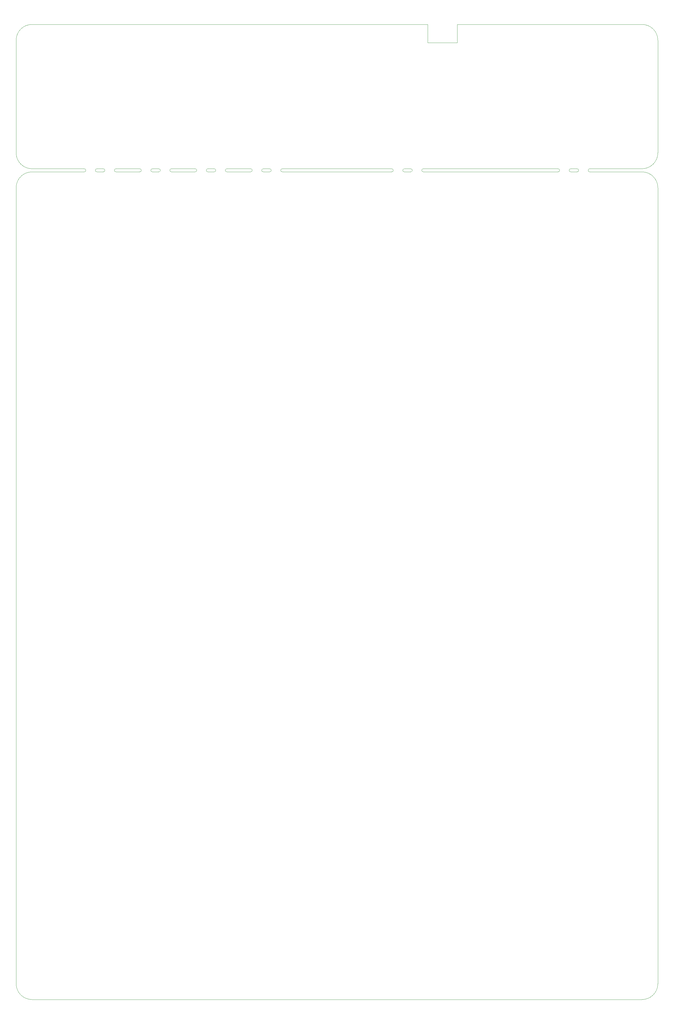
<source format=gbr>
G04 #@! TF.GenerationSoftware,KiCad,Pcbnew,(5.1.6)-1*
G04 #@! TF.CreationDate,2020-08-26T11:46:56+02:00*
G04 #@! TF.ProjectId,element_foxtrot,656c656d-656e-4745-9f66-6f7874726f74,v1.0*
G04 #@! TF.SameCoordinates,Original*
G04 #@! TF.FileFunction,Profile,NP*
%FSLAX46Y46*%
G04 Gerber Fmt 4.6, Leading zero omitted, Abs format (unit mm)*
G04 Created by KiCad (PCBNEW (5.1.6)-1) date 2020-08-26 11:46:56*
%MOMM*%
%LPD*%
G01*
G04 APERTURE LIST*
G04 #@! TA.AperFunction,Profile*
%ADD10C,0.050000*%
G04 #@! TD*
G04 APERTURE END LIST*
D10*
X109000000Y-79000000D02*
X143500000Y-79000000D01*
X143500000Y-78000000D02*
X109000000Y-78000000D01*
X200000000Y-79000000D02*
X202000000Y-79000000D01*
X196000000Y-78000000D02*
X153500000Y-78000000D01*
X147500000Y-79000000D02*
G75*
G02*
X147500000Y-78000000I0J500000D01*
G01*
X153500000Y-79000000D02*
X196000000Y-79000000D01*
X200000000Y-79000000D02*
G75*
G02*
X200000000Y-78000000I0J500000D01*
G01*
X147500000Y-79000000D02*
X149500000Y-79000000D01*
X196000000Y-78000000D02*
G75*
G02*
X196000000Y-79000000I0J-500000D01*
G01*
X143500000Y-78000000D02*
G75*
G02*
X143500000Y-79000000I0J-500000D01*
G01*
X202000000Y-78000000D02*
G75*
G02*
X202000000Y-79000000I0J-500000D01*
G01*
X206000000Y-79000000D02*
G75*
G02*
X206000000Y-78000000I0J500000D01*
G01*
X153500000Y-79000000D02*
G75*
G02*
X153500000Y-78000000I0J500000D01*
G01*
X206000000Y-79000000D02*
X222500000Y-79000000D01*
X222500000Y-78000000D02*
X206000000Y-78000000D01*
X149500000Y-78000000D02*
G75*
G02*
X149500000Y-79000000I0J-500000D01*
G01*
X149500000Y-78000000D02*
X147500000Y-78000000D01*
X202000000Y-78000000D02*
X200000000Y-78000000D01*
X25000000Y-84000000D02*
G75*
G02*
X30000000Y-79000000I5000000J0D01*
G01*
X30000000Y-78000000D02*
G75*
G02*
X25000000Y-73000000I0J5000000D01*
G01*
X227500000Y-335000000D02*
G75*
G02*
X222500000Y-340000000I-5000000J0D01*
G01*
X30000000Y-340000000D02*
G75*
G02*
X25000000Y-335000000I0J5000000D01*
G01*
X99000000Y-78000000D02*
G75*
G02*
X99000000Y-79000000I0J-500000D01*
G01*
X99000000Y-78000000D02*
X91500000Y-78000000D01*
X91500000Y-79000000D02*
G75*
G02*
X91500000Y-78000000I0J500000D01*
G01*
X91500000Y-79000000D02*
X99000000Y-79000000D01*
X81500000Y-78000000D02*
X74000000Y-78000000D01*
X81500000Y-78000000D02*
G75*
G02*
X81500000Y-79000000I0J-500000D01*
G01*
X74000000Y-79000000D02*
G75*
G02*
X74000000Y-78000000I0J500000D01*
G01*
X74000000Y-79000000D02*
X81500000Y-79000000D01*
X50500000Y-79000000D02*
X52500000Y-79000000D01*
X70000000Y-78000000D02*
X68000000Y-78000000D01*
X56500000Y-79000000D02*
X64000000Y-79000000D01*
X68000000Y-79000000D02*
X70000000Y-79000000D01*
X46500000Y-78000000D02*
G75*
G02*
X46500000Y-79000000I0J-500000D01*
G01*
X70000000Y-78000000D02*
G75*
G02*
X70000000Y-79000000I0J-500000D01*
G01*
X52500000Y-78000000D02*
X50500000Y-78000000D01*
X85500000Y-79000000D02*
X87500000Y-79000000D01*
X50500000Y-79000000D02*
G75*
G02*
X50500000Y-78000000I0J500000D01*
G01*
X87500000Y-78000000D02*
X85500000Y-78000000D01*
X68000000Y-79000000D02*
G75*
G02*
X68000000Y-78000000I0J500000D01*
G01*
X46500000Y-78000000D02*
X30000000Y-78000000D01*
X64000000Y-78000000D02*
G75*
G02*
X64000000Y-79000000I0J-500000D01*
G01*
X56500000Y-79000000D02*
G75*
G02*
X56500000Y-78000000I0J500000D01*
G01*
X64000000Y-78000000D02*
X56500000Y-78000000D01*
X30000000Y-79000000D02*
X46500000Y-79000000D01*
X109000000Y-79000000D02*
G75*
G02*
X109000000Y-78000000I0J500000D01*
G01*
X103000000Y-79000000D02*
G75*
G02*
X103000000Y-78000000I0J500000D01*
G01*
X103000000Y-79000000D02*
X105000000Y-79000000D01*
X105000000Y-78000000D02*
X103000000Y-78000000D01*
X52500000Y-78000000D02*
G75*
G02*
X52500000Y-79000000I0J-500000D01*
G01*
X87500000Y-78000000D02*
G75*
G02*
X87500000Y-79000000I0J-500000D01*
G01*
X85500000Y-79000000D02*
G75*
G02*
X85500000Y-78000000I0J500000D01*
G01*
X105000000Y-78000000D02*
G75*
G02*
X105000000Y-79000000I0J-500000D01*
G01*
X25000000Y-73000000D02*
X25000000Y-37500000D01*
X25000000Y-37500000D02*
G75*
G02*
X30000000Y-32500000I5000000J0D01*
G01*
X227500000Y-84000000D02*
X227500000Y-335000000D01*
X222500000Y-79000000D02*
G75*
G02*
X227500000Y-84000000I0J-5000000D01*
G01*
X227500000Y-73000000D02*
G75*
G02*
X222500000Y-78000000I-5000000J0D01*
G01*
X222500000Y-32500000D02*
G75*
G02*
X227500000Y-37500000I0J-5000000D01*
G01*
X154830000Y-38220000D02*
X154830000Y-32500000D01*
X164180000Y-38220000D02*
X154830000Y-38220000D01*
X164180000Y-32500000D02*
X164180000Y-38220000D01*
X164180000Y-32500000D02*
X222500000Y-32500000D01*
X30000000Y-32500000D02*
X154830000Y-32500000D01*
X25000000Y-335000000D02*
X25000000Y-84000000D01*
X222500000Y-340000000D02*
X30000000Y-340000000D01*
X227500000Y-37500000D02*
X227500000Y-73000000D01*
M02*

</source>
